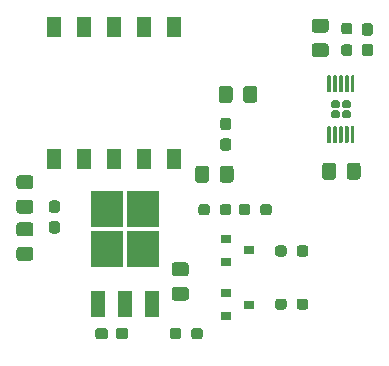
<source format=gbr>
%TF.GenerationSoftware,KiCad,Pcbnew,5.1.10-8.fc35*%
%TF.CreationDate,2021-11-18T10:19:23+00:00*%
%TF.ProjectId,cryosub_power_converter_top_v02,6372796f-7375-4625-9f70-6f7765725f63,rev?*%
%TF.SameCoordinates,Original*%
%TF.FileFunction,Paste,Top*%
%TF.FilePolarity,Positive*%
%FSLAX45Y45*%
G04 Gerber Fmt 4.5, Leading zero omitted, Abs format (unit mm)*
G04 Created by KiCad (PCBNEW 5.1.10-8.fc35) date 2021-11-18 10:19:23*
%MOMM*%
%LPD*%
G01*
G04 APERTURE LIST*
%ADD10R,1.200000X1.800000*%
%ADD11R,0.900000X0.800000*%
%ADD12R,1.200000X2.200000*%
%ADD13R,2.750000X3.050000*%
G04 APERTURE END LIST*
%TO.C,L2*%
G36*
G01*
X11876250Y-12672500D02*
X11923750Y-12672500D01*
G75*
G02*
X11947500Y-12696250I0J-23750D01*
G01*
X11947500Y-12753750D01*
G75*
G02*
X11923750Y-12777500I-23750J0D01*
G01*
X11876250Y-12777500D01*
G75*
G02*
X11852500Y-12753750I0J23750D01*
G01*
X11852500Y-12696250D01*
G75*
G02*
X11876250Y-12672500I23750J0D01*
G01*
G37*
G36*
G01*
X11876250Y-12497500D02*
X11923750Y-12497500D01*
G75*
G02*
X11947500Y-12521250I0J-23750D01*
G01*
X11947500Y-12578750D01*
G75*
G02*
X11923750Y-12602500I-23750J0D01*
G01*
X11876250Y-12602500D01*
G75*
G02*
X11852500Y-12578750I0J23750D01*
G01*
X11852500Y-12521250D01*
G75*
G02*
X11876250Y-12497500I23750J0D01*
G01*
G37*
%TD*%
%TO.C,L1*%
G36*
G01*
X10426250Y-13372500D02*
X10473750Y-13372500D01*
G75*
G02*
X10497500Y-13396250I0J-23750D01*
G01*
X10497500Y-13453750D01*
G75*
G02*
X10473750Y-13477500I-23750J0D01*
G01*
X10426250Y-13477500D01*
G75*
G02*
X10402500Y-13453750I0J23750D01*
G01*
X10402500Y-13396250D01*
G75*
G02*
X10426250Y-13372500I23750J0D01*
G01*
G37*
G36*
G01*
X10426250Y-13197500D02*
X10473750Y-13197500D01*
G75*
G02*
X10497500Y-13221250I0J-23750D01*
G01*
X10497500Y-13278750D01*
G75*
G02*
X10473750Y-13302500I-23750J0D01*
G01*
X10426250Y-13302500D01*
G75*
G02*
X10402500Y-13278750I0J23750D01*
G01*
X10402500Y-13221250D01*
G75*
G02*
X10426250Y-13197500I23750J0D01*
G01*
G37*
%TD*%
%TO.C,C9*%
G36*
G01*
X12048750Y-12347500D02*
X12048750Y-12252500D01*
G75*
G02*
X12073750Y-12227500I25000J0D01*
G01*
X12141250Y-12227500D01*
G75*
G02*
X12166250Y-12252500I0J-25000D01*
G01*
X12166250Y-12347500D01*
G75*
G02*
X12141250Y-12372500I-25000J0D01*
G01*
X12073750Y-12372500D01*
G75*
G02*
X12048750Y-12347500I0J25000D01*
G01*
G37*
G36*
G01*
X11841250Y-12347500D02*
X11841250Y-12252500D01*
G75*
G02*
X11866250Y-12227500I25000J0D01*
G01*
X11933750Y-12227500D01*
G75*
G02*
X11958750Y-12252500I0J-25000D01*
G01*
X11958750Y-12347500D01*
G75*
G02*
X11933750Y-12372500I-25000J0D01*
G01*
X11866250Y-12372500D01*
G75*
G02*
X11841250Y-12347500I0J25000D01*
G01*
G37*
%TD*%
%TO.C,C8*%
G36*
G01*
X11848750Y-13022500D02*
X11848750Y-12927500D01*
G75*
G02*
X11873750Y-12902500I25000J0D01*
G01*
X11941250Y-12902500D01*
G75*
G02*
X11966250Y-12927500I0J-25000D01*
G01*
X11966250Y-13022500D01*
G75*
G02*
X11941250Y-13047500I-25000J0D01*
G01*
X11873750Y-13047500D01*
G75*
G02*
X11848750Y-13022500I0J25000D01*
G01*
G37*
G36*
G01*
X11641250Y-13022500D02*
X11641250Y-12927500D01*
G75*
G02*
X11666250Y-12902500I25000J0D01*
G01*
X11733750Y-12902500D01*
G75*
G02*
X11758750Y-12927500I0J-25000D01*
G01*
X11758750Y-13022500D01*
G75*
G02*
X11733750Y-13047500I-25000J0D01*
G01*
X11666250Y-13047500D01*
G75*
G02*
X11641250Y-13022500I0J25000D01*
G01*
G37*
%TD*%
%TO.C,C7*%
G36*
G01*
X10247500Y-13101250D02*
X10152500Y-13101250D01*
G75*
G02*
X10127500Y-13076250I0J25000D01*
G01*
X10127500Y-13008750D01*
G75*
G02*
X10152500Y-12983750I25000J0D01*
G01*
X10247500Y-12983750D01*
G75*
G02*
X10272500Y-13008750I0J-25000D01*
G01*
X10272500Y-13076250D01*
G75*
G02*
X10247500Y-13101250I-25000J0D01*
G01*
G37*
G36*
G01*
X10247500Y-13308750D02*
X10152500Y-13308750D01*
G75*
G02*
X10127500Y-13283750I0J25000D01*
G01*
X10127500Y-13216250D01*
G75*
G02*
X10152500Y-13191250I25000J0D01*
G01*
X10247500Y-13191250D01*
G75*
G02*
X10272500Y-13216250I0J-25000D01*
G01*
X10272500Y-13283750D01*
G75*
G02*
X10247500Y-13308750I-25000J0D01*
G01*
G37*
%TD*%
D10*
%TO.C,PS1*%
X10442000Y-11725000D03*
X10696000Y-11725000D03*
X10950000Y-11725000D03*
X11204000Y-11725000D03*
X11458000Y-11725000D03*
X11458000Y-12845000D03*
X11204000Y-12845000D03*
X10696000Y-12845000D03*
X10442000Y-12845000D03*
X10950000Y-12845000D03*
%TD*%
%TO.C,C6*%
G36*
G01*
X12923750Y-12997500D02*
X12923750Y-12902500D01*
G75*
G02*
X12948750Y-12877500I25000J0D01*
G01*
X13016250Y-12877500D01*
G75*
G02*
X13041250Y-12902500I0J-25000D01*
G01*
X13041250Y-12997500D01*
G75*
G02*
X13016250Y-13022500I-25000J0D01*
G01*
X12948750Y-13022500D01*
G75*
G02*
X12923750Y-12997500I0J25000D01*
G01*
G37*
G36*
G01*
X12716250Y-12997500D02*
X12716250Y-12902500D01*
G75*
G02*
X12741250Y-12877500I25000J0D01*
G01*
X12808750Y-12877500D01*
G75*
G02*
X12833750Y-12902500I0J-25000D01*
G01*
X12833750Y-12997500D01*
G75*
G02*
X12808750Y-13022500I-25000J0D01*
G01*
X12741250Y-13022500D01*
G75*
G02*
X12716250Y-12997500I0J25000D01*
G01*
G37*
%TD*%
%TO.C,R10*%
G36*
G01*
X12948750Y-11791250D02*
X12901250Y-11791250D01*
G75*
G02*
X12877500Y-11767500I0J23750D01*
G01*
X12877500Y-11717500D01*
G75*
G02*
X12901250Y-11693750I23750J0D01*
G01*
X12948750Y-11693750D01*
G75*
G02*
X12972500Y-11717500I0J-23750D01*
G01*
X12972500Y-11767500D01*
G75*
G02*
X12948750Y-11791250I-23750J0D01*
G01*
G37*
G36*
G01*
X12948750Y-11973750D02*
X12901250Y-11973750D01*
G75*
G02*
X12877500Y-11950000I0J23750D01*
G01*
X12877500Y-11900000D01*
G75*
G02*
X12901250Y-11876250I23750J0D01*
G01*
X12948750Y-11876250D01*
G75*
G02*
X12972500Y-11900000I0J-23750D01*
G01*
X12972500Y-11950000D01*
G75*
G02*
X12948750Y-11973750I-23750J0D01*
G01*
G37*
%TD*%
%TO.C,C5*%
G36*
G01*
X12747500Y-11776250D02*
X12652500Y-11776250D01*
G75*
G02*
X12627500Y-11751250I0J25000D01*
G01*
X12627500Y-11683750D01*
G75*
G02*
X12652500Y-11658750I25000J0D01*
G01*
X12747500Y-11658750D01*
G75*
G02*
X12772500Y-11683750I0J-25000D01*
G01*
X12772500Y-11751250D01*
G75*
G02*
X12747500Y-11776250I-25000J0D01*
G01*
G37*
G36*
G01*
X12747500Y-11983750D02*
X12652500Y-11983750D01*
G75*
G02*
X12627500Y-11958750I0J25000D01*
G01*
X12627500Y-11891250D01*
G75*
G02*
X12652500Y-11866250I25000J0D01*
G01*
X12747500Y-11866250D01*
G75*
G02*
X12772500Y-11891250I0J-25000D01*
G01*
X12772500Y-11958750D01*
G75*
G02*
X12747500Y-11983750I-25000J0D01*
G01*
G37*
%TD*%
%TO.C,C4*%
G36*
G01*
X13123750Y-11803750D02*
X13076250Y-11803750D01*
G75*
G02*
X13052500Y-11780000I0J23750D01*
G01*
X13052500Y-11720000D01*
G75*
G02*
X13076250Y-11696250I23750J0D01*
G01*
X13123750Y-11696250D01*
G75*
G02*
X13147500Y-11720000I0J-23750D01*
G01*
X13147500Y-11780000D01*
G75*
G02*
X13123750Y-11803750I-23750J0D01*
G01*
G37*
G36*
G01*
X13123750Y-11976250D02*
X13076250Y-11976250D01*
G75*
G02*
X13052500Y-11952500I0J23750D01*
G01*
X13052500Y-11892500D01*
G75*
G02*
X13076250Y-11868750I23750J0D01*
G01*
X13123750Y-11868750D01*
G75*
G02*
X13147500Y-11892500I0J-23750D01*
G01*
X13147500Y-11952500D01*
G75*
G02*
X13123750Y-11976250I-23750J0D01*
G01*
G37*
%TD*%
%TO.C,C1*%
G36*
G01*
X11562500Y-13838750D02*
X11467500Y-13838750D01*
G75*
G02*
X11442500Y-13813750I0J25000D01*
G01*
X11442500Y-13746250D01*
G75*
G02*
X11467500Y-13721250I25000J0D01*
G01*
X11562500Y-13721250D01*
G75*
G02*
X11587500Y-13746250I0J-25000D01*
G01*
X11587500Y-13813750D01*
G75*
G02*
X11562500Y-13838750I-25000J0D01*
G01*
G37*
G36*
G01*
X11562500Y-14046250D02*
X11467500Y-14046250D01*
G75*
G02*
X11442500Y-14021250I0J25000D01*
G01*
X11442500Y-13953750D01*
G75*
G02*
X11467500Y-13928750I25000J0D01*
G01*
X11562500Y-13928750D01*
G75*
G02*
X11587500Y-13953750I0J-25000D01*
G01*
X11587500Y-14021250D01*
G75*
G02*
X11562500Y-14046250I-25000J0D01*
G01*
G37*
%TD*%
%TO.C,C2*%
G36*
G01*
X11076250Y-14301250D02*
X11076250Y-14348750D01*
G75*
G02*
X11052500Y-14372500I-23750J0D01*
G01*
X10992500Y-14372500D01*
G75*
G02*
X10968750Y-14348750I0J23750D01*
G01*
X10968750Y-14301250D01*
G75*
G02*
X10992500Y-14277500I23750J0D01*
G01*
X11052500Y-14277500D01*
G75*
G02*
X11076250Y-14301250I0J-23750D01*
G01*
G37*
G36*
G01*
X10903750Y-14301250D02*
X10903750Y-14348750D01*
G75*
G02*
X10880000Y-14372500I-23750J0D01*
G01*
X10820000Y-14372500D01*
G75*
G02*
X10796250Y-14348750I0J23750D01*
G01*
X10796250Y-14301250D01*
G75*
G02*
X10820000Y-14277500I23750J0D01*
G01*
X10880000Y-14277500D01*
G75*
G02*
X10903750Y-14301250I0J-23750D01*
G01*
G37*
%TD*%
%TO.C,C3*%
G36*
G01*
X10152500Y-13383750D02*
X10247500Y-13383750D01*
G75*
G02*
X10272500Y-13408750I0J-25000D01*
G01*
X10272500Y-13476250D01*
G75*
G02*
X10247500Y-13501250I-25000J0D01*
G01*
X10152500Y-13501250D01*
G75*
G02*
X10127500Y-13476250I0J25000D01*
G01*
X10127500Y-13408750D01*
G75*
G02*
X10152500Y-13383750I25000J0D01*
G01*
G37*
G36*
G01*
X10152500Y-13591250D02*
X10247500Y-13591250D01*
G75*
G02*
X10272500Y-13616250I0J-25000D01*
G01*
X10272500Y-13683750D01*
G75*
G02*
X10247500Y-13708750I-25000J0D01*
G01*
X10152500Y-13708750D01*
G75*
G02*
X10127500Y-13683750I0J25000D01*
G01*
X10127500Y-13616250D01*
G75*
G02*
X10152500Y-13591250I25000J0D01*
G01*
G37*
%TD*%
D11*
%TO.C,Q1*%
X12100000Y-13620000D03*
X11900000Y-13715000D03*
X11900000Y-13525000D03*
%TD*%
%TO.C,Q2*%
X11900000Y-13985000D03*
X11900000Y-14175000D03*
X12100000Y-14080000D03*
%TD*%
D12*
%TO.C,Q3*%
X10822000Y-14070000D03*
X11050000Y-14070000D03*
X11278000Y-14070000D03*
D13*
X11202500Y-13272500D03*
X10897500Y-13607500D03*
X10897500Y-13272500D03*
X11202500Y-13607500D03*
%TD*%
%TO.C,R1*%
G36*
G01*
X11668750Y-13298750D02*
X11668750Y-13251250D01*
G75*
G02*
X11692500Y-13227500I23750J0D01*
G01*
X11742500Y-13227500D01*
G75*
G02*
X11766250Y-13251250I0J-23750D01*
G01*
X11766250Y-13298750D01*
G75*
G02*
X11742500Y-13322500I-23750J0D01*
G01*
X11692500Y-13322500D01*
G75*
G02*
X11668750Y-13298750I0J23750D01*
G01*
G37*
G36*
G01*
X11851250Y-13298750D02*
X11851250Y-13251250D01*
G75*
G02*
X11875000Y-13227500I23750J0D01*
G01*
X11925000Y-13227500D01*
G75*
G02*
X11948750Y-13251250I0J-23750D01*
G01*
X11948750Y-13298750D01*
G75*
G02*
X11925000Y-13322500I-23750J0D01*
G01*
X11875000Y-13322500D01*
G75*
G02*
X11851250Y-13298750I0J23750D01*
G01*
G37*
%TD*%
%TO.C,R2*%
G36*
G01*
X12192500Y-13298750D02*
X12192500Y-13251250D01*
G75*
G02*
X12216250Y-13227500I23750J0D01*
G01*
X12266250Y-13227500D01*
G75*
G02*
X12290000Y-13251250I0J-23750D01*
G01*
X12290000Y-13298750D01*
G75*
G02*
X12266250Y-13322500I-23750J0D01*
G01*
X12216250Y-13322500D01*
G75*
G02*
X12192500Y-13298750I0J23750D01*
G01*
G37*
G36*
G01*
X12010000Y-13298750D02*
X12010000Y-13251250D01*
G75*
G02*
X12033750Y-13227500I23750J0D01*
G01*
X12083750Y-13227500D01*
G75*
G02*
X12107500Y-13251250I0J-23750D01*
G01*
X12107500Y-13298750D01*
G75*
G02*
X12083750Y-13322500I-23750J0D01*
G01*
X12033750Y-13322500D01*
G75*
G02*
X12010000Y-13298750I0J23750D01*
G01*
G37*
%TD*%
%TO.C,R3*%
G36*
G01*
X12598750Y-13601250D02*
X12598750Y-13648750D01*
G75*
G02*
X12575000Y-13672500I-23750J0D01*
G01*
X12525000Y-13672500D01*
G75*
G02*
X12501250Y-13648750I0J23750D01*
G01*
X12501250Y-13601250D01*
G75*
G02*
X12525000Y-13577500I23750J0D01*
G01*
X12575000Y-13577500D01*
G75*
G02*
X12598750Y-13601250I0J-23750D01*
G01*
G37*
G36*
G01*
X12416250Y-13601250D02*
X12416250Y-13648750D01*
G75*
G02*
X12392500Y-13672500I-23750J0D01*
G01*
X12342500Y-13672500D01*
G75*
G02*
X12318750Y-13648750I0J23750D01*
G01*
X12318750Y-13601250D01*
G75*
G02*
X12342500Y-13577500I23750J0D01*
G01*
X12392500Y-13577500D01*
G75*
G02*
X12416250Y-13601250I0J-23750D01*
G01*
G37*
%TD*%
%TO.C,R7*%
G36*
G01*
X12598750Y-14051250D02*
X12598750Y-14098750D01*
G75*
G02*
X12575000Y-14122500I-23750J0D01*
G01*
X12525000Y-14122500D01*
G75*
G02*
X12501250Y-14098750I0J23750D01*
G01*
X12501250Y-14051250D01*
G75*
G02*
X12525000Y-14027500I23750J0D01*
G01*
X12575000Y-14027500D01*
G75*
G02*
X12598750Y-14051250I0J-23750D01*
G01*
G37*
G36*
G01*
X12416250Y-14051250D02*
X12416250Y-14098750D01*
G75*
G02*
X12392500Y-14122500I-23750J0D01*
G01*
X12342500Y-14122500D01*
G75*
G02*
X12318750Y-14098750I0J23750D01*
G01*
X12318750Y-14051250D01*
G75*
G02*
X12342500Y-14027500I23750J0D01*
G01*
X12392500Y-14027500D01*
G75*
G02*
X12416250Y-14051250I0J-23750D01*
G01*
G37*
%TD*%
%TO.C,R9*%
G36*
G01*
X11426250Y-14348750D02*
X11426250Y-14301250D01*
G75*
G02*
X11450000Y-14277500I23750J0D01*
G01*
X11500000Y-14277500D01*
G75*
G02*
X11523750Y-14301250I0J-23750D01*
G01*
X11523750Y-14348750D01*
G75*
G02*
X11500000Y-14372500I-23750J0D01*
G01*
X11450000Y-14372500D01*
G75*
G02*
X11426250Y-14348750I0J23750D01*
G01*
G37*
G36*
G01*
X11608750Y-14348750D02*
X11608750Y-14301250D01*
G75*
G02*
X11632500Y-14277500I23750J0D01*
G01*
X11682500Y-14277500D01*
G75*
G02*
X11706250Y-14301250I0J-23750D01*
G01*
X11706250Y-14348750D01*
G75*
G02*
X11682500Y-14372500I-23750J0D01*
G01*
X11632500Y-14372500D01*
G75*
G02*
X11608750Y-14348750I0J23750D01*
G01*
G37*
%TD*%
%TO.C,U1*%
G36*
G01*
X12782500Y-12712500D02*
X12767500Y-12712500D01*
G75*
G02*
X12760000Y-12705000I0J7500D01*
G01*
X12760000Y-12575000D01*
G75*
G02*
X12767500Y-12567500I7500J0D01*
G01*
X12782500Y-12567500D01*
G75*
G02*
X12790000Y-12575000I0J-7500D01*
G01*
X12790000Y-12705000D01*
G75*
G02*
X12782500Y-12712500I-7500J0D01*
G01*
G37*
G36*
G01*
X12832500Y-12712500D02*
X12817500Y-12712500D01*
G75*
G02*
X12810000Y-12705000I0J7500D01*
G01*
X12810000Y-12575000D01*
G75*
G02*
X12817500Y-12567500I7500J0D01*
G01*
X12832500Y-12567500D01*
G75*
G02*
X12840000Y-12575000I0J-7500D01*
G01*
X12840000Y-12705000D01*
G75*
G02*
X12832500Y-12712500I-7500J0D01*
G01*
G37*
G36*
G01*
X12882500Y-12712500D02*
X12867500Y-12712500D01*
G75*
G02*
X12860000Y-12705000I0J7500D01*
G01*
X12860000Y-12575000D01*
G75*
G02*
X12867500Y-12567500I7500J0D01*
G01*
X12882500Y-12567500D01*
G75*
G02*
X12890000Y-12575000I0J-7500D01*
G01*
X12890000Y-12705000D01*
G75*
G02*
X12882500Y-12712500I-7500J0D01*
G01*
G37*
G36*
G01*
X12932500Y-12712500D02*
X12917500Y-12712500D01*
G75*
G02*
X12910000Y-12705000I0J7500D01*
G01*
X12910000Y-12575000D01*
G75*
G02*
X12917500Y-12567500I7500J0D01*
G01*
X12932500Y-12567500D01*
G75*
G02*
X12940000Y-12575000I0J-7500D01*
G01*
X12940000Y-12705000D01*
G75*
G02*
X12932500Y-12712500I-7500J0D01*
G01*
G37*
G36*
G01*
X12982500Y-12712500D02*
X12967500Y-12712500D01*
G75*
G02*
X12960000Y-12705000I0J7500D01*
G01*
X12960000Y-12575000D01*
G75*
G02*
X12967500Y-12567500I7500J0D01*
G01*
X12982500Y-12567500D01*
G75*
G02*
X12990000Y-12575000I0J-7500D01*
G01*
X12990000Y-12705000D01*
G75*
G02*
X12982500Y-12712500I-7500J0D01*
G01*
G37*
G36*
G01*
X12982500Y-12282500D02*
X12967500Y-12282500D01*
G75*
G02*
X12960000Y-12275000I0J7500D01*
G01*
X12960000Y-12145000D01*
G75*
G02*
X12967500Y-12137500I7500J0D01*
G01*
X12982500Y-12137500D01*
G75*
G02*
X12990000Y-12145000I0J-7500D01*
G01*
X12990000Y-12275000D01*
G75*
G02*
X12982500Y-12282500I-7500J0D01*
G01*
G37*
G36*
G01*
X12932500Y-12282500D02*
X12917500Y-12282500D01*
G75*
G02*
X12910000Y-12275000I0J7500D01*
G01*
X12910000Y-12145000D01*
G75*
G02*
X12917500Y-12137500I7500J0D01*
G01*
X12932500Y-12137500D01*
G75*
G02*
X12940000Y-12145000I0J-7500D01*
G01*
X12940000Y-12275000D01*
G75*
G02*
X12932500Y-12282500I-7500J0D01*
G01*
G37*
G36*
G01*
X12882500Y-12282500D02*
X12867500Y-12282500D01*
G75*
G02*
X12860000Y-12275000I0J7500D01*
G01*
X12860000Y-12145000D01*
G75*
G02*
X12867500Y-12137500I7500J0D01*
G01*
X12882500Y-12137500D01*
G75*
G02*
X12890000Y-12145000I0J-7500D01*
G01*
X12890000Y-12275000D01*
G75*
G02*
X12882500Y-12282500I-7500J0D01*
G01*
G37*
G36*
G01*
X12832500Y-12282500D02*
X12817500Y-12282500D01*
G75*
G02*
X12810000Y-12275000I0J7500D01*
G01*
X12810000Y-12145000D01*
G75*
G02*
X12817500Y-12137500I7500J0D01*
G01*
X12832500Y-12137500D01*
G75*
G02*
X12840000Y-12145000I0J-7500D01*
G01*
X12840000Y-12275000D01*
G75*
G02*
X12832500Y-12282500I-7500J0D01*
G01*
G37*
G36*
G01*
X12782500Y-12282500D02*
X12767500Y-12282500D01*
G75*
G02*
X12760000Y-12275000I0J7500D01*
G01*
X12760000Y-12145000D01*
G75*
G02*
X12767500Y-12137500I7500J0D01*
G01*
X12782500Y-12137500D01*
G75*
G02*
X12790000Y-12145000I0J-7500D01*
G01*
X12790000Y-12275000D01*
G75*
G02*
X12782500Y-12282500I-7500J0D01*
G01*
G37*
G36*
G01*
X12849000Y-12501000D02*
X12807000Y-12501000D01*
G75*
G02*
X12790000Y-12484000I0J17000D01*
G01*
X12790000Y-12450000D01*
G75*
G02*
X12807000Y-12433000I17000J0D01*
G01*
X12849000Y-12433000D01*
G75*
G02*
X12866000Y-12450000I0J-17000D01*
G01*
X12866000Y-12484000D01*
G75*
G02*
X12849000Y-12501000I-17000J0D01*
G01*
G37*
G36*
G01*
X12943000Y-12501000D02*
X12901000Y-12501000D01*
G75*
G02*
X12884000Y-12484000I0J17000D01*
G01*
X12884000Y-12450000D01*
G75*
G02*
X12901000Y-12433000I17000J0D01*
G01*
X12943000Y-12433000D01*
G75*
G02*
X12960000Y-12450000I0J-17000D01*
G01*
X12960000Y-12484000D01*
G75*
G02*
X12943000Y-12501000I-17000J0D01*
G01*
G37*
G36*
G01*
X12849000Y-12417000D02*
X12807000Y-12417000D01*
G75*
G02*
X12790000Y-12400000I0J17000D01*
G01*
X12790000Y-12366000D01*
G75*
G02*
X12807000Y-12349000I17000J0D01*
G01*
X12849000Y-12349000D01*
G75*
G02*
X12866000Y-12366000I0J-17000D01*
G01*
X12866000Y-12400000D01*
G75*
G02*
X12849000Y-12417000I-17000J0D01*
G01*
G37*
G36*
G01*
X12943000Y-12417000D02*
X12901000Y-12417000D01*
G75*
G02*
X12884000Y-12400000I0J17000D01*
G01*
X12884000Y-12366000D01*
G75*
G02*
X12901000Y-12349000I17000J0D01*
G01*
X12943000Y-12349000D01*
G75*
G02*
X12960000Y-12366000I0J-17000D01*
G01*
X12960000Y-12400000D01*
G75*
G02*
X12943000Y-12417000I-17000J0D01*
G01*
G37*
%TD*%
M02*

</source>
